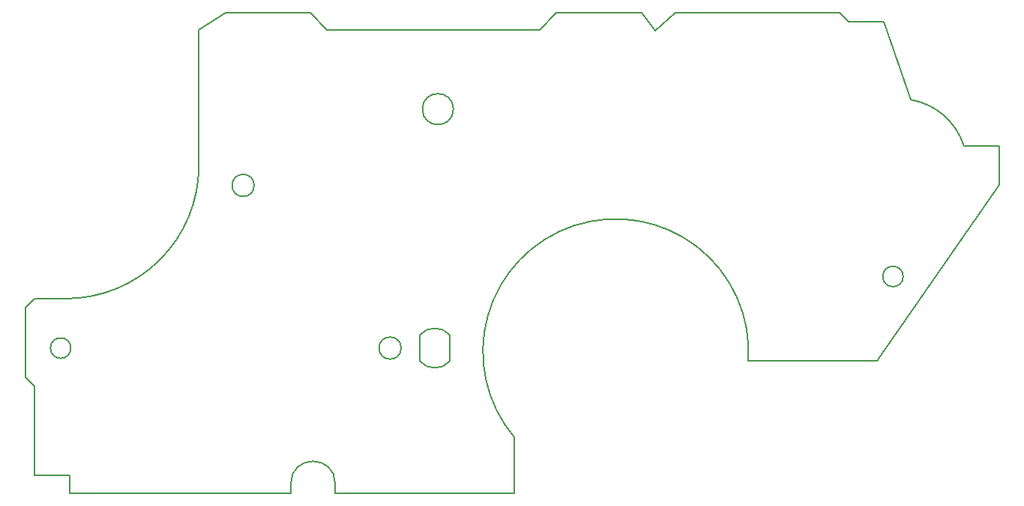
<source format=gbr>
G04 #@! TF.GenerationSoftware,KiCad,Pcbnew,(6.0.7)*
G04 #@! TF.CreationDate,2023-01-29T23:29:40-08:00*
G04 #@! TF.ProjectId,procon_gcc_button_board,70726f63-6f6e-45f6-9763-635f62757474,rev?*
G04 #@! TF.SameCoordinates,Original*
G04 #@! TF.FileFunction,Profile,NP*
%FSLAX46Y46*%
G04 Gerber Fmt 4.6, Leading zero omitted, Abs format (unit mm)*
G04 Created by KiCad (PCBNEW (6.0.7)) date 2023-01-29 23:29:40*
%MOMM*%
%LPD*%
G01*
G04 APERTURE LIST*
G04 #@! TA.AperFunction,Profile*
%ADD10C,0.200000*%
G04 #@! TD*
G04 APERTURE END LIST*
D10*
X101803280Y-27312388D02*
X98803280Y-29187081D01*
X148803279Y-27312388D02*
X139177971Y-27312388D01*
X134453278Y-81612388D02*
X134453278Y-75312388D01*
X189203279Y-42312388D02*
X189203279Y-46712388D01*
X111428589Y-27312389D02*
X101803280Y-27312388D01*
X123753279Y-66686329D02*
X123753279Y-63738448D01*
X109203280Y-81612388D02*
X84203280Y-81612388D01*
X178353279Y-57112388D02*
G75*
G03*
X178353279Y-57112388I-1150000J0D01*
G01*
X80203280Y-79612388D02*
X80203281Y-69512388D01*
X114203279Y-80512388D02*
X114203279Y-81612388D01*
X109203279Y-80512391D02*
X109203280Y-81612388D01*
X175403279Y-66612387D02*
X160853279Y-66612387D01*
X114203321Y-80512388D02*
G75*
G03*
X109203279Y-80512390I-2500021J-12D01*
G01*
X80203281Y-59612387D02*
X83803279Y-59612387D01*
X189203279Y-46712388D02*
X175403279Y-66612387D01*
X127153278Y-63738448D02*
X127153277Y-66686329D01*
X185203278Y-42312388D02*
G75*
G03*
X179203279Y-37112388I-7299978J-2361512D01*
G01*
X123753304Y-66686307D02*
G75*
G03*
X127153278Y-66686328I1699996J1473907D01*
G01*
X98803280Y-29187081D02*
X98803280Y-44612388D01*
X79203280Y-68512387D02*
X79203279Y-60612388D01*
X185203279Y-42312388D02*
X189203279Y-42312388D01*
X121653280Y-65212387D02*
G75*
G03*
X121653280Y-65212387I-1250000J0D01*
G01*
X148803279Y-27312388D02*
X150367211Y-29312388D01*
X105053280Y-46812389D02*
G75*
G03*
X105053280Y-46812389I-1250000J0D01*
G01*
X150367211Y-29312388D02*
X152603279Y-27312388D01*
X79203279Y-60612388D02*
X80203281Y-59612387D01*
X139177971Y-27312388D02*
X137303279Y-29187080D01*
X127153278Y-63738448D02*
G75*
G03*
X123753278Y-63738448I-1700000J-1473939D01*
G01*
X176203279Y-28312388D02*
X179203279Y-37112388D01*
X84203280Y-79612388D02*
X84203280Y-81612388D01*
X134453278Y-81612388D02*
X114203279Y-81612388D01*
X83803279Y-59612389D02*
G75*
G03*
X98803279Y-44612388I1J14999999D01*
G01*
X113303280Y-29187081D02*
X111428589Y-27312389D01*
X84203280Y-79612388D02*
X80203280Y-79612388D01*
X171203279Y-27312388D02*
X172203279Y-28312388D01*
X137303279Y-29187080D02*
X113303280Y-29187081D01*
X172203279Y-28312388D02*
X176203279Y-28312388D01*
X84353280Y-65212387D02*
G75*
G03*
X84353280Y-65212387I-1150000J0D01*
G01*
X171203279Y-27312388D02*
X152603279Y-27312388D01*
X80203281Y-69512388D02*
X79203280Y-68512387D01*
X127553279Y-38187081D02*
G75*
G03*
X127553279Y-38187081I-1750000J0D01*
G01*
X160853277Y-66612387D02*
G75*
G03*
X134453277Y-75312389I-14966027J1008977D01*
G01*
M02*

</source>
